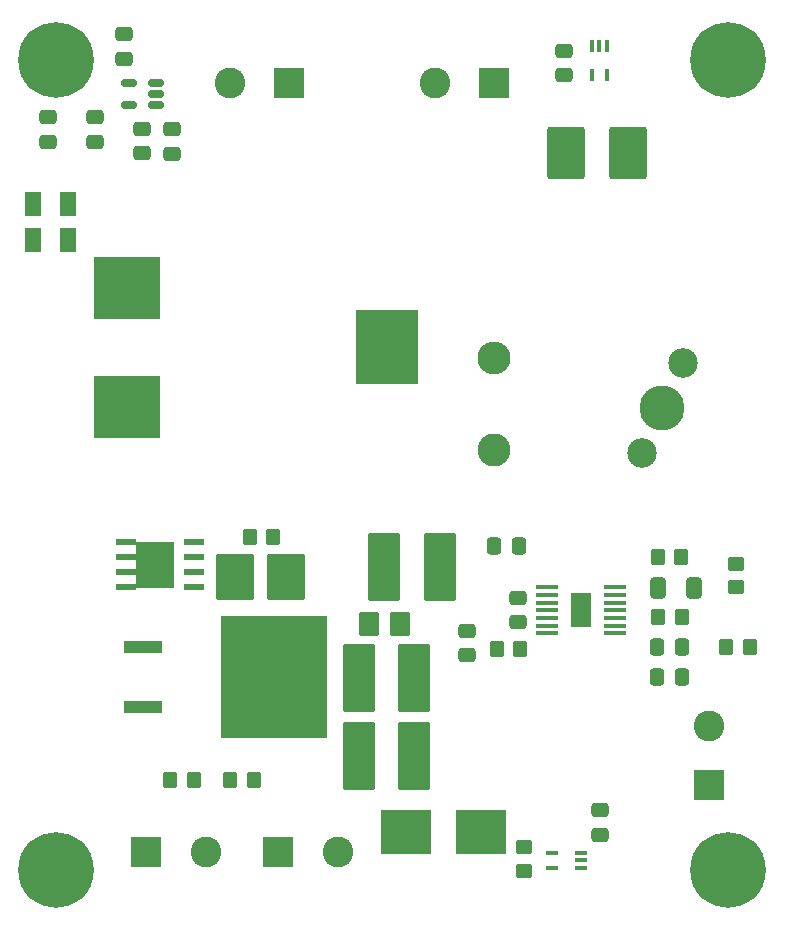
<source format=gbr>
%TF.GenerationSoftware,KiCad,Pcbnew,8.0.4*%
%TF.CreationDate,2025-06-08T20:42:27-04:00*%
%TF.ProjectId,12V-48V_Boost_Board,3132562d-3438-4565-9f42-6f6f73745f42,rev?*%
%TF.SameCoordinates,Original*%
%TF.FileFunction,Soldermask,Top*%
%TF.FilePolarity,Negative*%
%FSLAX46Y46*%
G04 Gerber Fmt 4.6, Leading zero omitted, Abs format (unit mm)*
G04 Created by KiCad (PCBNEW 8.0.4) date 2025-06-08 20:42:27*
%MOMM*%
%LPD*%
G01*
G04 APERTURE LIST*
G04 Aperture macros list*
%AMRoundRect*
0 Rectangle with rounded corners*
0 $1 Rounding radius*
0 $2 $3 $4 $5 $6 $7 $8 $9 X,Y pos of 4 corners*
0 Add a 4 corners polygon primitive as box body*
4,1,4,$2,$3,$4,$5,$6,$7,$8,$9,$2,$3,0*
0 Add four circle primitives for the rounded corners*
1,1,$1+$1,$2,$3*
1,1,$1+$1,$4,$5*
1,1,$1+$1,$6,$7*
1,1,$1+$1,$8,$9*
0 Add four rect primitives between the rounded corners*
20,1,$1+$1,$2,$3,$4,$5,0*
20,1,$1+$1,$4,$5,$6,$7,0*
20,1,$1+$1,$6,$7,$8,$9,0*
20,1,$1+$1,$8,$9,$2,$3,0*%
G04 Aperture macros list end*
%ADD10C,0.000000*%
%ADD11R,3.302000X0.990600*%
%ADD12R,9.017000X10.388600*%
%ADD13R,3.243586X3.911596*%
%ADD14R,1.727200X0.508000*%
%ADD15RoundRect,0.250000X0.475000X-0.337500X0.475000X0.337500X-0.475000X0.337500X-0.475000X-0.337500X0*%
%ADD16RoundRect,0.250000X-0.475000X0.337500X-0.475000X-0.337500X0.475000X-0.337500X0.475000X0.337500X0*%
%ADD17RoundRect,0.250000X0.350000X0.450000X-0.350000X0.450000X-0.350000X-0.450000X0.350000X-0.450000X0*%
%ADD18RoundRect,0.102000X-1.525000X-1.840000X1.525000X-1.840000X1.525000X1.840000X-1.525000X1.840000X0*%
%ADD19C,2.600000*%
%ADD20R,2.600000X2.600000*%
%ADD21RoundRect,0.250000X-1.350000X-1.975000X1.350000X-1.975000X1.350000X1.975000X-1.350000X1.975000X0*%
%ADD22R,5.590000X5.330000*%
%ADD23R,5.280000X6.350000*%
%ADD24RoundRect,0.250000X-0.350000X-0.450000X0.350000X-0.450000X0.350000X0.450000X-0.350000X0.450000X0*%
%ADD25RoundRect,0.102000X0.605000X0.910000X-0.605000X0.910000X-0.605000X-0.910000X0.605000X-0.910000X0*%
%ADD26C,6.400000*%
%ADD27RoundRect,0.102000X-1.265000X-2.755000X1.265000X-2.755000X1.265000X2.755000X-1.265000X2.755000X0*%
%ADD28RoundRect,0.250000X-0.337500X-0.475000X0.337500X-0.475000X0.337500X0.475000X-0.337500X0.475000X0*%
%ADD29R,1.819999X2.859999*%
%ADD30R,1.955432X0.420766*%
%ADD31RoundRect,0.102000X-0.720000X-0.910000X0.720000X-0.910000X0.720000X0.910000X-0.720000X0.910000X0*%
%ADD32RoundRect,0.250000X0.337500X0.475000X-0.337500X0.475000X-0.337500X-0.475000X0.337500X-0.475000X0*%
%ADD33RoundRect,0.250000X-0.412500X-0.650000X0.412500X-0.650000X0.412500X0.650000X-0.412500X0.650000X0*%
%ADD34RoundRect,0.250000X-0.450000X0.350000X-0.450000X-0.350000X0.450000X-0.350000X0.450000X0.350000X0*%
%ADD35C,2.800000*%
%ADD36O,2.800000X2.800000*%
%ADD37C,3.810000*%
%ADD38C,2.500000*%
%ADD39R,0.304800X1.054100*%
%ADD40R,4.241800X3.810000*%
%ADD41RoundRect,0.150000X0.512500X0.150000X-0.512500X0.150000X-0.512500X-0.150000X0.512500X-0.150000X0*%
%ADD42R,1.054100X0.304800*%
G04 APERTURE END LIST*
D10*
%TO.C,Q1*%
G36*
X117477415Y-112923400D02*
G01*
X120721002Y-112923400D01*
X120721002Y-116835000D01*
X117477415Y-116835000D01*
X117477402Y-117038200D01*
X115750202Y-117038200D01*
X115750202Y-116530200D01*
X117477402Y-116530200D01*
X117477402Y-115768200D01*
X115750202Y-115768200D01*
X115750202Y-115260200D01*
X117477402Y-115260200D01*
X117477402Y-114498200D01*
X115750202Y-114498200D01*
X115750202Y-113990200D01*
X117477402Y-113990200D01*
X117477402Y-113228200D01*
X115750202Y-113228200D01*
X115750202Y-112720200D01*
X117477402Y-112720200D01*
X117477415Y-112923400D01*
G37*
%TD*%
D11*
%TO.C,D1*%
X118036202Y-121864200D03*
X118036202Y-126944200D03*
D12*
X129199502Y-124404200D03*
%TD*%
D13*
%TO.C,Q1*%
X119099209Y-114879198D03*
D14*
X116613802Y-112974200D03*
X116613802Y-114244200D03*
X116613802Y-115514200D03*
X116613802Y-116784200D03*
X122405002Y-112974200D03*
X122405002Y-114244200D03*
X122405002Y-115514200D03*
X122405002Y-116784200D03*
%TD*%
D15*
%TO.C,C21*%
X116500000Y-72037500D03*
X116500000Y-69962500D03*
%TD*%
D16*
%TO.C,C20*%
X110000000Y-76962500D03*
X110000000Y-79037500D03*
%TD*%
%TO.C,C17*%
X114000000Y-76962500D03*
X114000000Y-79037500D03*
%TD*%
%TO.C,C16*%
X118000000Y-80037500D03*
X118000000Y-77962500D03*
%TD*%
D17*
%TO.C,R6*%
X150000000Y-122000000D03*
X148000000Y-122000000D03*
%TD*%
D18*
%TO.C,R9*%
X130176000Y-115900000D03*
X125856000Y-115900000D03*
%TD*%
D19*
%TO.C,J4*%
X134540000Y-139192000D03*
D20*
X129540000Y-139192000D03*
%TD*%
D16*
%TO.C,C8*%
X145500000Y-120462500D03*
X145500000Y-122537500D03*
%TD*%
D21*
%TO.C,R1*%
X153900000Y-80000000D03*
X159100000Y-80000000D03*
%TD*%
D22*
%TO.C,L1*%
X116690002Y-91394200D03*
X116690002Y-101544200D03*
D23*
X138765002Y-96469200D03*
%TD*%
D24*
%TO.C,R7*%
X167452502Y-121864200D03*
X169452502Y-121864200D03*
%TD*%
D25*
%TO.C,C1*%
X111686000Y-84328000D03*
X108786000Y-84328000D03*
%TD*%
D24*
%TO.C,R4*%
X120396000Y-133096000D03*
X122396000Y-133096000D03*
%TD*%
%TO.C,R3*%
X125476000Y-133096000D03*
X127476000Y-133096000D03*
%TD*%
D20*
%TO.C,J3*%
X166000000Y-133500000D03*
D19*
X166000000Y-128500000D03*
%TD*%
D26*
%TO.C,H4*%
X110744000Y-72136000D03*
%TD*%
D27*
%TO.C,C9*%
X136348000Y-131064000D03*
X141020000Y-131064000D03*
%TD*%
%TO.C,C11*%
X138507000Y-115062000D03*
X143179000Y-115062000D03*
%TD*%
%TO.C,C10*%
X136348000Y-124460000D03*
X141020000Y-124460000D03*
%TD*%
D16*
%TO.C,C5*%
X149821970Y-117673200D03*
X149821970Y-119748200D03*
%TD*%
D24*
%TO.C,R11*%
X161680002Y-119324200D03*
X163680002Y-119324200D03*
%TD*%
D28*
%TO.C,C6*%
X161605002Y-124404200D03*
X163680002Y-124404200D03*
%TD*%
D20*
%TO.C,J6*%
X130400000Y-74100000D03*
D19*
X125400000Y-74100000D03*
%TD*%
D29*
%TO.C,U1*%
X155125386Y-118734201D03*
D30*
X158000770Y-116784200D03*
X158000770Y-117434201D03*
X158000770Y-118084200D03*
X158000770Y-118734201D03*
X158000770Y-119384202D03*
X158000770Y-120034201D03*
X158000770Y-120684202D03*
X152250002Y-120684202D03*
X152250002Y-120034201D03*
X152250002Y-119384202D03*
X152250002Y-118734201D03*
X152250002Y-118084200D03*
X152250002Y-117434201D03*
X152250002Y-116784200D03*
%TD*%
D25*
%TO.C,C2*%
X111686000Y-87376000D03*
X108786000Y-87376000D03*
%TD*%
D31*
%TO.C,C12*%
X137164000Y-119888000D03*
X139836000Y-119888000D03*
%TD*%
D28*
%TO.C,C7*%
X161605002Y-121864200D03*
X163680002Y-121864200D03*
%TD*%
D32*
%TO.C,C3*%
X149881500Y-113284000D03*
X147806500Y-113284000D03*
%TD*%
D33*
%TO.C,C4*%
X161632500Y-116840000D03*
X164757500Y-116840000D03*
%TD*%
D34*
%TO.C,R2*%
X150300000Y-140800000D03*
X150300000Y-138800000D03*
%TD*%
D35*
%TO.C,TH1*%
X147828000Y-105156000D03*
D36*
X147828000Y-97356000D03*
%TD*%
D24*
%TO.C,R5*%
X161642502Y-114244200D03*
X163642502Y-114244200D03*
%TD*%
D34*
%TO.C,R10*%
X168275000Y-114784200D03*
X168275000Y-116784200D03*
%TD*%
D26*
%TO.C,H1*%
X167640000Y-72136000D03*
%TD*%
D37*
%TO.C,F1*%
X162052000Y-101600000D03*
D38*
X163779000Y-97790000D03*
X160325000Y-105410000D03*
%TD*%
D26*
%TO.C,H3*%
X110744000Y-140716000D03*
%TD*%
%TO.C,H2*%
X167640000Y-140716000D03*
%TD*%
D17*
%TO.C,R8*%
X129100000Y-112500000D03*
X127100000Y-112500000D03*
%TD*%
D15*
%TO.C,C14*%
X153700000Y-73437500D03*
X153700000Y-71362500D03*
%TD*%
D39*
%TO.C,U3*%
X157349999Y-73425550D03*
X156050001Y-73425550D03*
X156050001Y-70974450D03*
X156700000Y-70974450D03*
X157349999Y-70974450D03*
%TD*%
D16*
%TO.C,C13*%
X156800000Y-135662500D03*
X156800000Y-137737500D03*
%TD*%
%TO.C,C15*%
X120500000Y-80075000D03*
X120500000Y-78000000D03*
%TD*%
D40*
%TO.C,F2*%
X140312300Y-137500000D03*
X146687700Y-137500000D03*
%TD*%
D20*
%TO.C,J1*%
X147788000Y-74100000D03*
D19*
X142788000Y-74100000D03*
%TD*%
D41*
%TO.C,U4*%
X116862500Y-75950000D03*
X116862500Y-74050000D03*
X119137500Y-74050000D03*
X119137500Y-75000000D03*
X119137500Y-75950000D03*
%TD*%
D20*
%TO.C,J5*%
X118364000Y-139192000D03*
D19*
X123364000Y-139192000D03*
%TD*%
D42*
%TO.C,U2*%
X155125550Y-140549999D03*
X155125550Y-139900000D03*
X155125550Y-139250001D03*
X152674450Y-139250001D03*
X152674450Y-140549999D03*
%TD*%
M02*

</source>
